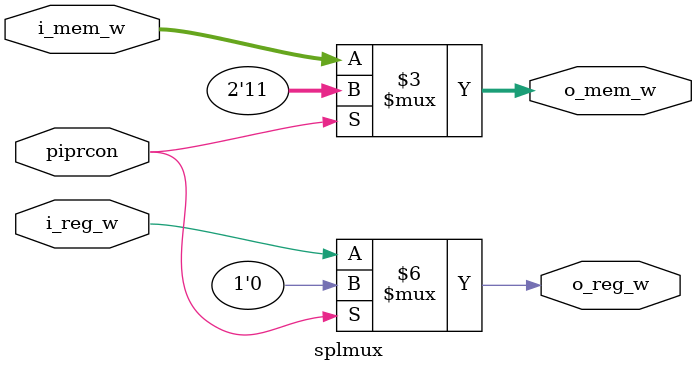
<source format=v>


module splmux(i_reg_w, i_mem_w, piprcon, o_reg_w, o_mem_w);

	input i_reg_w, piprcon;
	input [1:0] i_mem_w;
	output reg o_reg_w;
	output reg [1:0] o_mem_w;

	always @ (*) begin

		if (piprcon) begin
			o_reg_w <= 0;
			o_mem_w <= 2'b11;

			end

		else begin

			o_reg_w <= i_reg_w;
			o_mem_w <= i_mem_w;
		end

	end

endmodule
</source>
